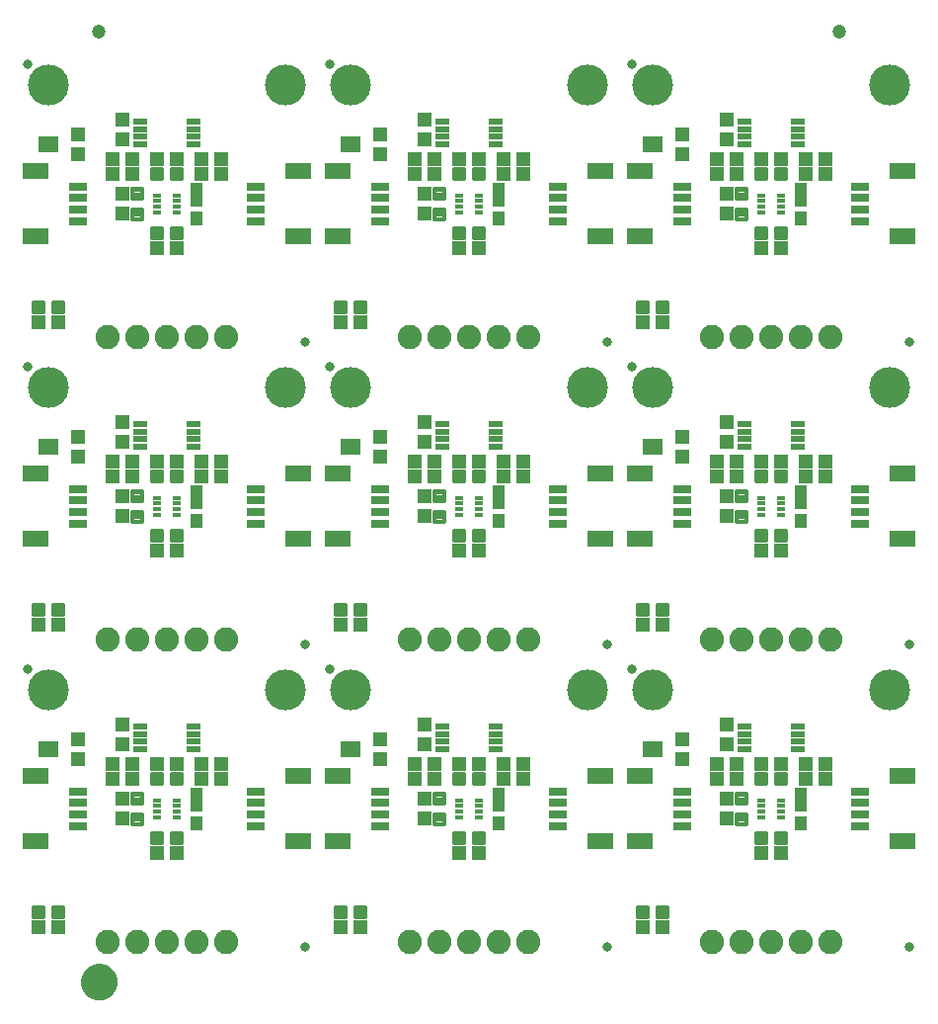
<source format=gts>
G75*
%MOIN*%
%OFA0B0*%
%FSLAX25Y25*%
%IPPOS*%
%LPD*%
%AMOC8*
5,1,8,0,0,1.08239X$1,22.5*
%
%ADD10C,0.13800*%
%ADD11C,0.03300*%
%ADD12R,0.05131X0.04737*%
%ADD13R,0.08674X0.05524*%
%ADD14R,0.06115X0.03162*%
%ADD15C,0.08200*%
%ADD16C,0.01421*%
%ADD17R,0.04737X0.05131*%
%ADD18R,0.02769X0.01784*%
%ADD19R,0.03300X0.05800*%
%ADD20R,0.03950X0.04737*%
%ADD21R,0.03950X0.08280*%
%ADD22R,0.05131X0.02375*%
%ADD23C,0.04737*%
%ADD24C,0.05000*%
%ADD25C,0.06706*%
D10*
X0038750Y0118750D03*
X0118750Y0118750D03*
X0140750Y0118750D03*
X0220750Y0118750D03*
X0242750Y0118750D03*
X0322750Y0118750D03*
X0322750Y0220750D03*
X0242750Y0220750D03*
X0220750Y0220750D03*
X0140750Y0220750D03*
X0118750Y0220750D03*
X0038750Y0220750D03*
X0038750Y0322750D03*
X0118750Y0322750D03*
X0140750Y0322750D03*
X0220750Y0322750D03*
X0242750Y0322750D03*
X0322750Y0322750D03*
D11*
X0235750Y0329750D03*
X0227250Y0236250D03*
X0235750Y0227750D03*
X0329250Y0236250D03*
X0329250Y0134250D03*
X0235750Y0125750D03*
X0227250Y0134250D03*
X0133750Y0125750D03*
X0125250Y0134250D03*
X0031750Y0125750D03*
X0125250Y0032250D03*
X0227250Y0032250D03*
X0329250Y0032250D03*
X0133750Y0227750D03*
X0125250Y0236250D03*
X0031750Y0227750D03*
X0031750Y0329750D03*
X0133750Y0329750D03*
D12*
X0035404Y0038750D03*
X0042096Y0038750D03*
X0075404Y0063750D03*
X0082096Y0063750D03*
X0090404Y0088750D03*
X0090404Y0093750D03*
X0097096Y0093750D03*
X0097096Y0088750D03*
X0082096Y0093750D03*
X0075404Y0093750D03*
X0067096Y0093750D03*
X0067096Y0088750D03*
X0060404Y0088750D03*
X0060404Y0093750D03*
X0042096Y0140750D03*
X0035404Y0140750D03*
X0075404Y0165750D03*
X0082096Y0165750D03*
X0090404Y0190750D03*
X0090404Y0195750D03*
X0097096Y0195750D03*
X0097096Y0190750D03*
X0082096Y0195750D03*
X0075404Y0195750D03*
X0067096Y0195750D03*
X0067096Y0190750D03*
X0060404Y0190750D03*
X0060404Y0195750D03*
X0042096Y0242750D03*
X0035404Y0242750D03*
X0075404Y0267750D03*
X0082096Y0267750D03*
X0090404Y0292750D03*
X0090404Y0297750D03*
X0097096Y0297750D03*
X0097096Y0292750D03*
X0082096Y0297750D03*
X0075404Y0297750D03*
X0067096Y0297750D03*
X0067096Y0292750D03*
X0060404Y0292750D03*
X0060404Y0297750D03*
X0137404Y0242750D03*
X0144096Y0242750D03*
X0177404Y0267750D03*
X0184096Y0267750D03*
X0192404Y0292750D03*
X0199096Y0292750D03*
X0199096Y0297750D03*
X0192404Y0297750D03*
X0184096Y0297750D03*
X0177404Y0297750D03*
X0169096Y0297750D03*
X0162404Y0297750D03*
X0162404Y0292750D03*
X0169096Y0292750D03*
X0239404Y0242750D03*
X0246096Y0242750D03*
X0279404Y0267750D03*
X0286096Y0267750D03*
X0294404Y0292750D03*
X0294404Y0297750D03*
X0301096Y0297750D03*
X0301096Y0292750D03*
X0286096Y0297750D03*
X0279404Y0297750D03*
X0271096Y0297750D03*
X0271096Y0292750D03*
X0264404Y0292750D03*
X0264404Y0297750D03*
X0264404Y0195750D03*
X0264404Y0190750D03*
X0271096Y0190750D03*
X0271096Y0195750D03*
X0279404Y0195750D03*
X0286096Y0195750D03*
X0294404Y0195750D03*
X0294404Y0190750D03*
X0301096Y0190750D03*
X0301096Y0195750D03*
X0286096Y0165750D03*
X0279404Y0165750D03*
X0246096Y0140750D03*
X0239404Y0140750D03*
X0264404Y0093750D03*
X0264404Y0088750D03*
X0271096Y0088750D03*
X0271096Y0093750D03*
X0279404Y0093750D03*
X0286096Y0093750D03*
X0294404Y0093750D03*
X0294404Y0088750D03*
X0301096Y0088750D03*
X0301096Y0093750D03*
X0286096Y0063750D03*
X0279404Y0063750D03*
X0246096Y0038750D03*
X0239404Y0038750D03*
X0184096Y0063750D03*
X0177404Y0063750D03*
X0169096Y0088750D03*
X0169096Y0093750D03*
X0162404Y0093750D03*
X0162404Y0088750D03*
X0177404Y0093750D03*
X0184096Y0093750D03*
X0192404Y0093750D03*
X0192404Y0088750D03*
X0199096Y0088750D03*
X0199096Y0093750D03*
X0144096Y0140750D03*
X0137404Y0140750D03*
X0177404Y0165750D03*
X0184096Y0165750D03*
X0192404Y0190750D03*
X0192404Y0195750D03*
X0199096Y0195750D03*
X0199096Y0190750D03*
X0184096Y0195750D03*
X0177404Y0195750D03*
X0169096Y0195750D03*
X0169096Y0190750D03*
X0162404Y0190750D03*
X0162404Y0195750D03*
X0144096Y0038750D03*
X0137404Y0038750D03*
D13*
X0136281Y0067726D03*
X0123219Y0067726D03*
X0123219Y0089774D03*
X0136281Y0089774D03*
X0136281Y0169726D03*
X0123219Y0169726D03*
X0123219Y0191774D03*
X0136281Y0191774D03*
X0136281Y0271726D03*
X0123219Y0271726D03*
X0123219Y0293774D03*
X0136281Y0293774D03*
X0225219Y0293774D03*
X0238281Y0293774D03*
X0238281Y0271726D03*
X0225219Y0271726D03*
X0225219Y0191774D03*
X0238281Y0191774D03*
X0238281Y0169726D03*
X0225219Y0169726D03*
X0225219Y0089774D03*
X0238281Y0089774D03*
X0238281Y0067726D03*
X0225219Y0067726D03*
X0327219Y0067726D03*
X0327219Y0089774D03*
X0327219Y0169726D03*
X0327219Y0191774D03*
X0327219Y0271726D03*
X0327219Y0293774D03*
X0034281Y0293774D03*
X0034281Y0271726D03*
X0034281Y0191774D03*
X0034281Y0169726D03*
X0034281Y0089774D03*
X0034281Y0067726D03*
D14*
X0048750Y0072844D03*
X0048750Y0076781D03*
X0048750Y0080719D03*
X0048750Y0084656D03*
X0108750Y0084656D03*
X0108750Y0080719D03*
X0108750Y0076781D03*
X0108750Y0072844D03*
X0150750Y0072844D03*
X0150750Y0076781D03*
X0150750Y0080719D03*
X0150750Y0084656D03*
X0210750Y0084656D03*
X0210750Y0080719D03*
X0210750Y0076781D03*
X0210750Y0072844D03*
X0252750Y0072844D03*
X0252750Y0076781D03*
X0252750Y0080719D03*
X0252750Y0084656D03*
X0312750Y0084656D03*
X0312750Y0080719D03*
X0312750Y0076781D03*
X0312750Y0072844D03*
X0312750Y0174844D03*
X0312750Y0178781D03*
X0312750Y0182719D03*
X0312750Y0186656D03*
X0252750Y0186656D03*
X0252750Y0182719D03*
X0252750Y0178781D03*
X0252750Y0174844D03*
X0210750Y0174844D03*
X0210750Y0178781D03*
X0210750Y0182719D03*
X0210750Y0186656D03*
X0150750Y0186656D03*
X0150750Y0182719D03*
X0150750Y0178781D03*
X0150750Y0174844D03*
X0108750Y0174844D03*
X0108750Y0178781D03*
X0108750Y0182719D03*
X0108750Y0186656D03*
X0048750Y0186656D03*
X0048750Y0182719D03*
X0048750Y0178781D03*
X0048750Y0174844D03*
X0048750Y0276844D03*
X0048750Y0280781D03*
X0048750Y0284719D03*
X0048750Y0288656D03*
X0108750Y0288656D03*
X0108750Y0284719D03*
X0108750Y0280781D03*
X0108750Y0276844D03*
X0150750Y0276844D03*
X0150750Y0280781D03*
X0150750Y0284719D03*
X0150750Y0288656D03*
X0210750Y0288656D03*
X0210750Y0284719D03*
X0210750Y0280781D03*
X0210750Y0276844D03*
X0252750Y0276844D03*
X0252750Y0280781D03*
X0252750Y0284719D03*
X0252750Y0288656D03*
X0312750Y0288656D03*
X0312750Y0284719D03*
X0312750Y0280781D03*
X0312750Y0276844D03*
D15*
X0302750Y0237750D03*
X0292750Y0237750D03*
X0282750Y0237750D03*
X0272750Y0237750D03*
X0262750Y0237750D03*
X0200750Y0237750D03*
X0190750Y0237750D03*
X0180750Y0237750D03*
X0170750Y0237750D03*
X0160750Y0237750D03*
X0098750Y0237750D03*
X0088750Y0237750D03*
X0078750Y0237750D03*
X0068750Y0237750D03*
X0058750Y0237750D03*
X0058750Y0135750D03*
X0068750Y0135750D03*
X0078750Y0135750D03*
X0088750Y0135750D03*
X0098750Y0135750D03*
X0160750Y0135750D03*
X0170750Y0135750D03*
X0180750Y0135750D03*
X0190750Y0135750D03*
X0200750Y0135750D03*
X0262750Y0135750D03*
X0272750Y0135750D03*
X0282750Y0135750D03*
X0292750Y0135750D03*
X0302750Y0135750D03*
X0302750Y0033750D03*
X0292750Y0033750D03*
X0282750Y0033750D03*
X0272750Y0033750D03*
X0262750Y0033750D03*
X0200750Y0033750D03*
X0190750Y0033750D03*
X0180750Y0033750D03*
X0170750Y0033750D03*
X0160750Y0033750D03*
X0098750Y0033750D03*
X0088750Y0033750D03*
X0078750Y0033750D03*
X0068750Y0033750D03*
X0058750Y0033750D03*
D16*
X0040545Y0042092D02*
X0040545Y0045408D01*
X0043861Y0045408D01*
X0043861Y0042092D01*
X0040545Y0042092D01*
X0040545Y0043512D02*
X0043861Y0043512D01*
X0043861Y0044932D02*
X0040545Y0044932D01*
X0033639Y0045408D02*
X0033639Y0042092D01*
X0033639Y0045408D02*
X0036955Y0045408D01*
X0036955Y0042092D01*
X0033639Y0042092D01*
X0033639Y0043512D02*
X0036955Y0043512D01*
X0036955Y0044932D02*
X0033639Y0044932D01*
X0067092Y0073639D02*
X0070408Y0073639D01*
X0067092Y0073639D02*
X0067092Y0076955D01*
X0070408Y0076955D01*
X0070408Y0073639D01*
X0070408Y0075059D02*
X0067092Y0075059D01*
X0067092Y0076479D02*
X0070408Y0076479D01*
X0070408Y0080545D02*
X0067092Y0080545D01*
X0067092Y0083861D01*
X0070408Y0083861D01*
X0070408Y0080545D01*
X0070408Y0081965D02*
X0067092Y0081965D01*
X0067092Y0083385D02*
X0070408Y0083385D01*
X0076955Y0087092D02*
X0076955Y0090408D01*
X0076955Y0087092D02*
X0073639Y0087092D01*
X0073639Y0090408D01*
X0076955Y0090408D01*
X0076955Y0088512D02*
X0073639Y0088512D01*
X0073639Y0089932D02*
X0076955Y0089932D01*
X0083861Y0090408D02*
X0083861Y0087092D01*
X0080545Y0087092D01*
X0080545Y0090408D01*
X0083861Y0090408D01*
X0083861Y0088512D02*
X0080545Y0088512D01*
X0080545Y0089932D02*
X0083861Y0089932D01*
X0080545Y0070408D02*
X0080545Y0067092D01*
X0080545Y0070408D02*
X0083861Y0070408D01*
X0083861Y0067092D01*
X0080545Y0067092D01*
X0080545Y0068512D02*
X0083861Y0068512D01*
X0083861Y0069932D02*
X0080545Y0069932D01*
X0073639Y0070408D02*
X0073639Y0067092D01*
X0073639Y0070408D02*
X0076955Y0070408D01*
X0076955Y0067092D01*
X0073639Y0067092D01*
X0073639Y0068512D02*
X0076955Y0068512D01*
X0076955Y0069932D02*
X0073639Y0069932D01*
X0135639Y0045408D02*
X0135639Y0042092D01*
X0135639Y0045408D02*
X0138955Y0045408D01*
X0138955Y0042092D01*
X0135639Y0042092D01*
X0135639Y0043512D02*
X0138955Y0043512D01*
X0138955Y0044932D02*
X0135639Y0044932D01*
X0142545Y0045408D02*
X0142545Y0042092D01*
X0142545Y0045408D02*
X0145861Y0045408D01*
X0145861Y0042092D01*
X0142545Y0042092D01*
X0142545Y0043512D02*
X0145861Y0043512D01*
X0145861Y0044932D02*
X0142545Y0044932D01*
X0169092Y0073639D02*
X0172408Y0073639D01*
X0169092Y0073639D02*
X0169092Y0076955D01*
X0172408Y0076955D01*
X0172408Y0073639D01*
X0172408Y0075059D02*
X0169092Y0075059D01*
X0169092Y0076479D02*
X0172408Y0076479D01*
X0172408Y0080545D02*
X0169092Y0080545D01*
X0169092Y0083861D01*
X0172408Y0083861D01*
X0172408Y0080545D01*
X0172408Y0081965D02*
X0169092Y0081965D01*
X0169092Y0083385D02*
X0172408Y0083385D01*
X0178955Y0087092D02*
X0178955Y0090408D01*
X0178955Y0087092D02*
X0175639Y0087092D01*
X0175639Y0090408D01*
X0178955Y0090408D01*
X0178955Y0088512D02*
X0175639Y0088512D01*
X0175639Y0089932D02*
X0178955Y0089932D01*
X0185861Y0090408D02*
X0185861Y0087092D01*
X0182545Y0087092D01*
X0182545Y0090408D01*
X0185861Y0090408D01*
X0185861Y0088512D02*
X0182545Y0088512D01*
X0182545Y0089932D02*
X0185861Y0089932D01*
X0182545Y0070408D02*
X0182545Y0067092D01*
X0182545Y0070408D02*
X0185861Y0070408D01*
X0185861Y0067092D01*
X0182545Y0067092D01*
X0182545Y0068512D02*
X0185861Y0068512D01*
X0185861Y0069932D02*
X0182545Y0069932D01*
X0175639Y0070408D02*
X0175639Y0067092D01*
X0175639Y0070408D02*
X0178955Y0070408D01*
X0178955Y0067092D01*
X0175639Y0067092D01*
X0175639Y0068512D02*
X0178955Y0068512D01*
X0178955Y0069932D02*
X0175639Y0069932D01*
X0237639Y0045408D02*
X0237639Y0042092D01*
X0237639Y0045408D02*
X0240955Y0045408D01*
X0240955Y0042092D01*
X0237639Y0042092D01*
X0237639Y0043512D02*
X0240955Y0043512D01*
X0240955Y0044932D02*
X0237639Y0044932D01*
X0244545Y0045408D02*
X0244545Y0042092D01*
X0244545Y0045408D02*
X0247861Y0045408D01*
X0247861Y0042092D01*
X0244545Y0042092D01*
X0244545Y0043512D02*
X0247861Y0043512D01*
X0247861Y0044932D02*
X0244545Y0044932D01*
X0271092Y0073639D02*
X0274408Y0073639D01*
X0271092Y0073639D02*
X0271092Y0076955D01*
X0274408Y0076955D01*
X0274408Y0073639D01*
X0274408Y0075059D02*
X0271092Y0075059D01*
X0271092Y0076479D02*
X0274408Y0076479D01*
X0274408Y0080545D02*
X0271092Y0080545D01*
X0271092Y0083861D01*
X0274408Y0083861D01*
X0274408Y0080545D01*
X0274408Y0081965D02*
X0271092Y0081965D01*
X0271092Y0083385D02*
X0274408Y0083385D01*
X0280955Y0087092D02*
X0280955Y0090408D01*
X0280955Y0087092D02*
X0277639Y0087092D01*
X0277639Y0090408D01*
X0280955Y0090408D01*
X0280955Y0088512D02*
X0277639Y0088512D01*
X0277639Y0089932D02*
X0280955Y0089932D01*
X0287861Y0090408D02*
X0287861Y0087092D01*
X0284545Y0087092D01*
X0284545Y0090408D01*
X0287861Y0090408D01*
X0287861Y0088512D02*
X0284545Y0088512D01*
X0284545Y0089932D02*
X0287861Y0089932D01*
X0284545Y0070408D02*
X0284545Y0067092D01*
X0284545Y0070408D02*
X0287861Y0070408D01*
X0287861Y0067092D01*
X0284545Y0067092D01*
X0284545Y0068512D02*
X0287861Y0068512D01*
X0287861Y0069932D02*
X0284545Y0069932D01*
X0277639Y0070408D02*
X0277639Y0067092D01*
X0277639Y0070408D02*
X0280955Y0070408D01*
X0280955Y0067092D01*
X0277639Y0067092D01*
X0277639Y0068512D02*
X0280955Y0068512D01*
X0280955Y0069932D02*
X0277639Y0069932D01*
X0244545Y0144092D02*
X0244545Y0147408D01*
X0247861Y0147408D01*
X0247861Y0144092D01*
X0244545Y0144092D01*
X0244545Y0145512D02*
X0247861Y0145512D01*
X0247861Y0146932D02*
X0244545Y0146932D01*
X0237639Y0147408D02*
X0237639Y0144092D01*
X0237639Y0147408D02*
X0240955Y0147408D01*
X0240955Y0144092D01*
X0237639Y0144092D01*
X0237639Y0145512D02*
X0240955Y0145512D01*
X0240955Y0146932D02*
X0237639Y0146932D01*
X0271092Y0175639D02*
X0274408Y0175639D01*
X0271092Y0175639D02*
X0271092Y0178955D01*
X0274408Y0178955D01*
X0274408Y0175639D01*
X0274408Y0177059D02*
X0271092Y0177059D01*
X0271092Y0178479D02*
X0274408Y0178479D01*
X0274408Y0182545D02*
X0271092Y0182545D01*
X0271092Y0185861D01*
X0274408Y0185861D01*
X0274408Y0182545D01*
X0274408Y0183965D02*
X0271092Y0183965D01*
X0271092Y0185385D02*
X0274408Y0185385D01*
X0280955Y0189092D02*
X0280955Y0192408D01*
X0280955Y0189092D02*
X0277639Y0189092D01*
X0277639Y0192408D01*
X0280955Y0192408D01*
X0280955Y0190512D02*
X0277639Y0190512D01*
X0277639Y0191932D02*
X0280955Y0191932D01*
X0287861Y0192408D02*
X0287861Y0189092D01*
X0284545Y0189092D01*
X0284545Y0192408D01*
X0287861Y0192408D01*
X0287861Y0190512D02*
X0284545Y0190512D01*
X0284545Y0191932D02*
X0287861Y0191932D01*
X0284545Y0172408D02*
X0284545Y0169092D01*
X0284545Y0172408D02*
X0287861Y0172408D01*
X0287861Y0169092D01*
X0284545Y0169092D01*
X0284545Y0170512D02*
X0287861Y0170512D01*
X0287861Y0171932D02*
X0284545Y0171932D01*
X0277639Y0172408D02*
X0277639Y0169092D01*
X0277639Y0172408D02*
X0280955Y0172408D01*
X0280955Y0169092D01*
X0277639Y0169092D01*
X0277639Y0170512D02*
X0280955Y0170512D01*
X0280955Y0171932D02*
X0277639Y0171932D01*
X0244545Y0246092D02*
X0244545Y0249408D01*
X0247861Y0249408D01*
X0247861Y0246092D01*
X0244545Y0246092D01*
X0244545Y0247512D02*
X0247861Y0247512D01*
X0247861Y0248932D02*
X0244545Y0248932D01*
X0237639Y0249408D02*
X0237639Y0246092D01*
X0237639Y0249408D02*
X0240955Y0249408D01*
X0240955Y0246092D01*
X0237639Y0246092D01*
X0237639Y0247512D02*
X0240955Y0247512D01*
X0240955Y0248932D02*
X0237639Y0248932D01*
X0271092Y0277639D02*
X0274408Y0277639D01*
X0271092Y0277639D02*
X0271092Y0280955D01*
X0274408Y0280955D01*
X0274408Y0277639D01*
X0274408Y0279059D02*
X0271092Y0279059D01*
X0271092Y0280479D02*
X0274408Y0280479D01*
X0274408Y0284545D02*
X0271092Y0284545D01*
X0271092Y0287861D01*
X0274408Y0287861D01*
X0274408Y0284545D01*
X0274408Y0285965D02*
X0271092Y0285965D01*
X0271092Y0287385D02*
X0274408Y0287385D01*
X0280955Y0291092D02*
X0280955Y0294408D01*
X0280955Y0291092D02*
X0277639Y0291092D01*
X0277639Y0294408D01*
X0280955Y0294408D01*
X0280955Y0292512D02*
X0277639Y0292512D01*
X0277639Y0293932D02*
X0280955Y0293932D01*
X0287861Y0294408D02*
X0287861Y0291092D01*
X0284545Y0291092D01*
X0284545Y0294408D01*
X0287861Y0294408D01*
X0287861Y0292512D02*
X0284545Y0292512D01*
X0284545Y0293932D02*
X0287861Y0293932D01*
X0284545Y0274408D02*
X0284545Y0271092D01*
X0284545Y0274408D02*
X0287861Y0274408D01*
X0287861Y0271092D01*
X0284545Y0271092D01*
X0284545Y0272512D02*
X0287861Y0272512D01*
X0287861Y0273932D02*
X0284545Y0273932D01*
X0277639Y0274408D02*
X0277639Y0271092D01*
X0277639Y0274408D02*
X0280955Y0274408D01*
X0280955Y0271092D01*
X0277639Y0271092D01*
X0277639Y0272512D02*
X0280955Y0272512D01*
X0280955Y0273932D02*
X0277639Y0273932D01*
X0182545Y0274408D02*
X0182545Y0271092D01*
X0182545Y0274408D02*
X0185861Y0274408D01*
X0185861Y0271092D01*
X0182545Y0271092D01*
X0182545Y0272512D02*
X0185861Y0272512D01*
X0185861Y0273932D02*
X0182545Y0273932D01*
X0175639Y0274408D02*
X0175639Y0271092D01*
X0175639Y0274408D02*
X0178955Y0274408D01*
X0178955Y0271092D01*
X0175639Y0271092D01*
X0175639Y0272512D02*
X0178955Y0272512D01*
X0178955Y0273932D02*
X0175639Y0273932D01*
X0172408Y0277639D02*
X0169092Y0277639D01*
X0169092Y0280955D01*
X0172408Y0280955D01*
X0172408Y0277639D01*
X0172408Y0279059D02*
X0169092Y0279059D01*
X0169092Y0280479D02*
X0172408Y0280479D01*
X0172408Y0284545D02*
X0169092Y0284545D01*
X0169092Y0287861D01*
X0172408Y0287861D01*
X0172408Y0284545D01*
X0172408Y0285965D02*
X0169092Y0285965D01*
X0169092Y0287385D02*
X0172408Y0287385D01*
X0178955Y0291092D02*
X0178955Y0294408D01*
X0178955Y0291092D02*
X0175639Y0291092D01*
X0175639Y0294408D01*
X0178955Y0294408D01*
X0178955Y0292512D02*
X0175639Y0292512D01*
X0175639Y0293932D02*
X0178955Y0293932D01*
X0185861Y0294408D02*
X0185861Y0291092D01*
X0182545Y0291092D01*
X0182545Y0294408D01*
X0185861Y0294408D01*
X0185861Y0292512D02*
X0182545Y0292512D01*
X0182545Y0293932D02*
X0185861Y0293932D01*
X0142545Y0249408D02*
X0142545Y0246092D01*
X0142545Y0249408D02*
X0145861Y0249408D01*
X0145861Y0246092D01*
X0142545Y0246092D01*
X0142545Y0247512D02*
X0145861Y0247512D01*
X0145861Y0248932D02*
X0142545Y0248932D01*
X0135639Y0249408D02*
X0135639Y0246092D01*
X0135639Y0249408D02*
X0138955Y0249408D01*
X0138955Y0246092D01*
X0135639Y0246092D01*
X0135639Y0247512D02*
X0138955Y0247512D01*
X0138955Y0248932D02*
X0135639Y0248932D01*
X0080545Y0271092D02*
X0080545Y0274408D01*
X0083861Y0274408D01*
X0083861Y0271092D01*
X0080545Y0271092D01*
X0080545Y0272512D02*
X0083861Y0272512D01*
X0083861Y0273932D02*
X0080545Y0273932D01*
X0073639Y0274408D02*
X0073639Y0271092D01*
X0073639Y0274408D02*
X0076955Y0274408D01*
X0076955Y0271092D01*
X0073639Y0271092D01*
X0073639Y0272512D02*
X0076955Y0272512D01*
X0076955Y0273932D02*
X0073639Y0273932D01*
X0070408Y0277639D02*
X0067092Y0277639D01*
X0067092Y0280955D01*
X0070408Y0280955D01*
X0070408Y0277639D01*
X0070408Y0279059D02*
X0067092Y0279059D01*
X0067092Y0280479D02*
X0070408Y0280479D01*
X0070408Y0284545D02*
X0067092Y0284545D01*
X0067092Y0287861D01*
X0070408Y0287861D01*
X0070408Y0284545D01*
X0070408Y0285965D02*
X0067092Y0285965D01*
X0067092Y0287385D02*
X0070408Y0287385D01*
X0076955Y0291092D02*
X0076955Y0294408D01*
X0076955Y0291092D02*
X0073639Y0291092D01*
X0073639Y0294408D01*
X0076955Y0294408D01*
X0076955Y0292512D02*
X0073639Y0292512D01*
X0073639Y0293932D02*
X0076955Y0293932D01*
X0083861Y0294408D02*
X0083861Y0291092D01*
X0080545Y0291092D01*
X0080545Y0294408D01*
X0083861Y0294408D01*
X0083861Y0292512D02*
X0080545Y0292512D01*
X0080545Y0293932D02*
X0083861Y0293932D01*
X0040545Y0249408D02*
X0040545Y0246092D01*
X0040545Y0249408D02*
X0043861Y0249408D01*
X0043861Y0246092D01*
X0040545Y0246092D01*
X0040545Y0247512D02*
X0043861Y0247512D01*
X0043861Y0248932D02*
X0040545Y0248932D01*
X0033639Y0249408D02*
X0033639Y0246092D01*
X0033639Y0249408D02*
X0036955Y0249408D01*
X0036955Y0246092D01*
X0033639Y0246092D01*
X0033639Y0247512D02*
X0036955Y0247512D01*
X0036955Y0248932D02*
X0033639Y0248932D01*
X0076955Y0192408D02*
X0076955Y0189092D01*
X0073639Y0189092D01*
X0073639Y0192408D01*
X0076955Y0192408D01*
X0076955Y0190512D02*
X0073639Y0190512D01*
X0073639Y0191932D02*
X0076955Y0191932D01*
X0083861Y0192408D02*
X0083861Y0189092D01*
X0080545Y0189092D01*
X0080545Y0192408D01*
X0083861Y0192408D01*
X0083861Y0190512D02*
X0080545Y0190512D01*
X0080545Y0191932D02*
X0083861Y0191932D01*
X0070408Y0182545D02*
X0067092Y0182545D01*
X0067092Y0185861D01*
X0070408Y0185861D01*
X0070408Y0182545D01*
X0070408Y0183965D02*
X0067092Y0183965D01*
X0067092Y0185385D02*
X0070408Y0185385D01*
X0070408Y0175639D02*
X0067092Y0175639D01*
X0067092Y0178955D01*
X0070408Y0178955D01*
X0070408Y0175639D01*
X0070408Y0177059D02*
X0067092Y0177059D01*
X0067092Y0178479D02*
X0070408Y0178479D01*
X0073639Y0172408D02*
X0073639Y0169092D01*
X0073639Y0172408D02*
X0076955Y0172408D01*
X0076955Y0169092D01*
X0073639Y0169092D01*
X0073639Y0170512D02*
X0076955Y0170512D01*
X0076955Y0171932D02*
X0073639Y0171932D01*
X0080545Y0172408D02*
X0080545Y0169092D01*
X0080545Y0172408D02*
X0083861Y0172408D01*
X0083861Y0169092D01*
X0080545Y0169092D01*
X0080545Y0170512D02*
X0083861Y0170512D01*
X0083861Y0171932D02*
X0080545Y0171932D01*
X0040545Y0147408D02*
X0040545Y0144092D01*
X0040545Y0147408D02*
X0043861Y0147408D01*
X0043861Y0144092D01*
X0040545Y0144092D01*
X0040545Y0145512D02*
X0043861Y0145512D01*
X0043861Y0146932D02*
X0040545Y0146932D01*
X0033639Y0147408D02*
X0033639Y0144092D01*
X0033639Y0147408D02*
X0036955Y0147408D01*
X0036955Y0144092D01*
X0033639Y0144092D01*
X0033639Y0145512D02*
X0036955Y0145512D01*
X0036955Y0146932D02*
X0033639Y0146932D01*
X0135639Y0147408D02*
X0135639Y0144092D01*
X0135639Y0147408D02*
X0138955Y0147408D01*
X0138955Y0144092D01*
X0135639Y0144092D01*
X0135639Y0145512D02*
X0138955Y0145512D01*
X0138955Y0146932D02*
X0135639Y0146932D01*
X0142545Y0147408D02*
X0142545Y0144092D01*
X0142545Y0147408D02*
X0145861Y0147408D01*
X0145861Y0144092D01*
X0142545Y0144092D01*
X0142545Y0145512D02*
X0145861Y0145512D01*
X0145861Y0146932D02*
X0142545Y0146932D01*
X0169092Y0175639D02*
X0172408Y0175639D01*
X0169092Y0175639D02*
X0169092Y0178955D01*
X0172408Y0178955D01*
X0172408Y0175639D01*
X0172408Y0177059D02*
X0169092Y0177059D01*
X0169092Y0178479D02*
X0172408Y0178479D01*
X0172408Y0182545D02*
X0169092Y0182545D01*
X0169092Y0185861D01*
X0172408Y0185861D01*
X0172408Y0182545D01*
X0172408Y0183965D02*
X0169092Y0183965D01*
X0169092Y0185385D02*
X0172408Y0185385D01*
X0178955Y0189092D02*
X0178955Y0192408D01*
X0178955Y0189092D02*
X0175639Y0189092D01*
X0175639Y0192408D01*
X0178955Y0192408D01*
X0178955Y0190512D02*
X0175639Y0190512D01*
X0175639Y0191932D02*
X0178955Y0191932D01*
X0185861Y0192408D02*
X0185861Y0189092D01*
X0182545Y0189092D01*
X0182545Y0192408D01*
X0185861Y0192408D01*
X0185861Y0190512D02*
X0182545Y0190512D01*
X0182545Y0191932D02*
X0185861Y0191932D01*
X0182545Y0172408D02*
X0182545Y0169092D01*
X0182545Y0172408D02*
X0185861Y0172408D01*
X0185861Y0169092D01*
X0182545Y0169092D01*
X0182545Y0170512D02*
X0185861Y0170512D01*
X0185861Y0171932D02*
X0182545Y0171932D01*
X0175639Y0172408D02*
X0175639Y0169092D01*
X0175639Y0172408D02*
X0178955Y0172408D01*
X0178955Y0169092D01*
X0175639Y0169092D01*
X0175639Y0170512D02*
X0178955Y0170512D01*
X0178955Y0171932D02*
X0175639Y0171932D01*
D17*
X0165750Y0177404D03*
X0165750Y0184096D03*
X0150750Y0197404D03*
X0150750Y0204096D03*
X0165750Y0202404D03*
X0165750Y0209096D03*
X0165750Y0279404D03*
X0165750Y0286096D03*
X0165750Y0304404D03*
X0165750Y0311096D03*
X0150750Y0306096D03*
X0150750Y0299404D03*
X0063750Y0304404D03*
X0063750Y0311096D03*
X0048750Y0306096D03*
X0048750Y0299404D03*
X0063750Y0286096D03*
X0063750Y0279404D03*
X0063750Y0209096D03*
X0063750Y0202404D03*
X0048750Y0204096D03*
X0048750Y0197404D03*
X0063750Y0184096D03*
X0063750Y0177404D03*
X0063750Y0107096D03*
X0063750Y0100404D03*
X0048750Y0102096D03*
X0048750Y0095404D03*
X0063750Y0082096D03*
X0063750Y0075404D03*
X0150750Y0095404D03*
X0150750Y0102096D03*
X0165750Y0100404D03*
X0165750Y0107096D03*
X0165750Y0082096D03*
X0165750Y0075404D03*
X0252750Y0095404D03*
X0252750Y0102096D03*
X0267750Y0100404D03*
X0267750Y0107096D03*
X0267750Y0082096D03*
X0267750Y0075404D03*
X0267750Y0177404D03*
X0267750Y0184096D03*
X0252750Y0197404D03*
X0252750Y0204096D03*
X0267750Y0202404D03*
X0267750Y0209096D03*
X0267750Y0279404D03*
X0267750Y0286096D03*
X0267750Y0304404D03*
X0267750Y0311096D03*
X0252750Y0306096D03*
X0252750Y0299404D03*
D18*
X0279404Y0285703D03*
X0279404Y0283734D03*
X0279404Y0281766D03*
X0279404Y0279797D03*
X0286096Y0279797D03*
X0286096Y0281766D03*
X0286096Y0283734D03*
X0286096Y0285703D03*
X0184096Y0285703D03*
X0184096Y0283734D03*
X0184096Y0281766D03*
X0184096Y0279797D03*
X0177404Y0279797D03*
X0177404Y0281766D03*
X0177404Y0283734D03*
X0177404Y0285703D03*
X0082096Y0285703D03*
X0082096Y0283734D03*
X0082096Y0281766D03*
X0082096Y0279797D03*
X0075404Y0279797D03*
X0075404Y0281766D03*
X0075404Y0283734D03*
X0075404Y0285703D03*
X0075404Y0183703D03*
X0075404Y0181734D03*
X0075404Y0179766D03*
X0075404Y0177797D03*
X0082096Y0177797D03*
X0082096Y0179766D03*
X0082096Y0181734D03*
X0082096Y0183703D03*
X0177404Y0183703D03*
X0177404Y0181734D03*
X0177404Y0179766D03*
X0177404Y0177797D03*
X0184096Y0177797D03*
X0184096Y0179766D03*
X0184096Y0181734D03*
X0184096Y0183703D03*
X0279404Y0183703D03*
X0279404Y0181734D03*
X0279404Y0179766D03*
X0279404Y0177797D03*
X0286096Y0177797D03*
X0286096Y0179766D03*
X0286096Y0181734D03*
X0286096Y0183703D03*
X0286096Y0081703D03*
X0286096Y0079734D03*
X0286096Y0077766D03*
X0286096Y0075797D03*
X0279404Y0075797D03*
X0279404Y0077766D03*
X0279404Y0079734D03*
X0279404Y0081703D03*
X0184096Y0081703D03*
X0184096Y0079734D03*
X0184096Y0077766D03*
X0184096Y0075797D03*
X0177404Y0075797D03*
X0177404Y0077766D03*
X0177404Y0079734D03*
X0177404Y0081703D03*
X0082096Y0081703D03*
X0082096Y0079734D03*
X0082096Y0077766D03*
X0082096Y0075797D03*
X0075404Y0075797D03*
X0075404Y0077766D03*
X0075404Y0079734D03*
X0075404Y0081703D03*
D19*
X0040350Y0098750D03*
X0037150Y0098750D03*
X0139150Y0098750D03*
X0142350Y0098750D03*
X0241150Y0098750D03*
X0244350Y0098750D03*
X0244350Y0200750D03*
X0241150Y0200750D03*
X0142350Y0200750D03*
X0139150Y0200750D03*
X0040350Y0200750D03*
X0037150Y0200750D03*
X0037150Y0302750D03*
X0040350Y0302750D03*
X0139150Y0302750D03*
X0142350Y0302750D03*
X0241150Y0302750D03*
X0244350Y0302750D03*
D20*
X0292750Y0278026D03*
X0190750Y0278026D03*
X0088750Y0278026D03*
X0088750Y0176026D03*
X0190750Y0176026D03*
X0292750Y0176026D03*
X0292750Y0074026D03*
X0190750Y0074026D03*
X0088750Y0074026D03*
D21*
X0088750Y0082006D03*
X0190750Y0082006D03*
X0292750Y0082006D03*
X0292750Y0184006D03*
X0190750Y0184006D03*
X0088750Y0184006D03*
X0088750Y0286006D03*
X0190750Y0286006D03*
X0292750Y0286006D03*
D22*
X0291608Y0302911D03*
X0291608Y0305470D03*
X0291608Y0308030D03*
X0291608Y0310589D03*
X0273892Y0310589D03*
X0273892Y0308030D03*
X0273892Y0305470D03*
X0273892Y0302911D03*
X0189608Y0302911D03*
X0189608Y0305470D03*
X0189608Y0308030D03*
X0189608Y0310589D03*
X0171892Y0310589D03*
X0171892Y0308030D03*
X0171892Y0305470D03*
X0171892Y0302911D03*
X0087608Y0302911D03*
X0087608Y0305470D03*
X0087608Y0308030D03*
X0087608Y0310589D03*
X0069892Y0310589D03*
X0069892Y0308030D03*
X0069892Y0305470D03*
X0069892Y0302911D03*
X0069892Y0208589D03*
X0069892Y0206030D03*
X0069892Y0203470D03*
X0069892Y0200911D03*
X0087608Y0200911D03*
X0087608Y0203470D03*
X0087608Y0206030D03*
X0087608Y0208589D03*
X0171892Y0208589D03*
X0171892Y0206030D03*
X0171892Y0203470D03*
X0171892Y0200911D03*
X0189608Y0200911D03*
X0189608Y0203470D03*
X0189608Y0206030D03*
X0189608Y0208589D03*
X0273892Y0208589D03*
X0273892Y0206030D03*
X0273892Y0203470D03*
X0273892Y0200911D03*
X0291608Y0200911D03*
X0291608Y0203470D03*
X0291608Y0206030D03*
X0291608Y0208589D03*
X0291608Y0106589D03*
X0291608Y0104030D03*
X0291608Y0101470D03*
X0291608Y0098911D03*
X0273892Y0098911D03*
X0273892Y0101470D03*
X0273892Y0104030D03*
X0273892Y0106589D03*
X0189608Y0106589D03*
X0189608Y0104030D03*
X0189608Y0101470D03*
X0189608Y0098911D03*
X0171892Y0098911D03*
X0171892Y0101470D03*
X0171892Y0104030D03*
X0171892Y0106589D03*
X0087608Y0106589D03*
X0087608Y0104030D03*
X0087608Y0101470D03*
X0087608Y0098911D03*
X0069892Y0098911D03*
X0069892Y0101470D03*
X0069892Y0104030D03*
X0069892Y0106589D03*
D23*
X0055750Y0341000D03*
X0305750Y0341000D03*
D24*
X0052185Y0020500D02*
X0052187Y0020619D01*
X0052193Y0020738D01*
X0052203Y0020857D01*
X0052217Y0020975D01*
X0052235Y0021093D01*
X0052256Y0021210D01*
X0052282Y0021326D01*
X0052312Y0021442D01*
X0052345Y0021556D01*
X0052382Y0021669D01*
X0052423Y0021781D01*
X0052468Y0021892D01*
X0052516Y0022001D01*
X0052568Y0022108D01*
X0052624Y0022213D01*
X0052683Y0022317D01*
X0052745Y0022418D01*
X0052811Y0022518D01*
X0052880Y0022615D01*
X0052952Y0022709D01*
X0053028Y0022802D01*
X0053106Y0022891D01*
X0053187Y0022978D01*
X0053272Y0023063D01*
X0053359Y0023144D01*
X0053448Y0023222D01*
X0053541Y0023298D01*
X0053635Y0023370D01*
X0053732Y0023439D01*
X0053832Y0023505D01*
X0053933Y0023567D01*
X0054037Y0023626D01*
X0054142Y0023682D01*
X0054249Y0023734D01*
X0054358Y0023782D01*
X0054469Y0023827D01*
X0054581Y0023868D01*
X0054694Y0023905D01*
X0054808Y0023938D01*
X0054924Y0023968D01*
X0055040Y0023994D01*
X0055157Y0024015D01*
X0055275Y0024033D01*
X0055393Y0024047D01*
X0055512Y0024057D01*
X0055631Y0024063D01*
X0055750Y0024065D01*
X0055869Y0024063D01*
X0055988Y0024057D01*
X0056107Y0024047D01*
X0056225Y0024033D01*
X0056343Y0024015D01*
X0056460Y0023994D01*
X0056576Y0023968D01*
X0056692Y0023938D01*
X0056806Y0023905D01*
X0056919Y0023868D01*
X0057031Y0023827D01*
X0057142Y0023782D01*
X0057251Y0023734D01*
X0057358Y0023682D01*
X0057463Y0023626D01*
X0057567Y0023567D01*
X0057668Y0023505D01*
X0057768Y0023439D01*
X0057865Y0023370D01*
X0057959Y0023298D01*
X0058052Y0023222D01*
X0058141Y0023144D01*
X0058228Y0023063D01*
X0058313Y0022978D01*
X0058394Y0022891D01*
X0058472Y0022802D01*
X0058548Y0022709D01*
X0058620Y0022615D01*
X0058689Y0022518D01*
X0058755Y0022418D01*
X0058817Y0022317D01*
X0058876Y0022213D01*
X0058932Y0022108D01*
X0058984Y0022001D01*
X0059032Y0021892D01*
X0059077Y0021781D01*
X0059118Y0021669D01*
X0059155Y0021556D01*
X0059188Y0021442D01*
X0059218Y0021326D01*
X0059244Y0021210D01*
X0059265Y0021093D01*
X0059283Y0020975D01*
X0059297Y0020857D01*
X0059307Y0020738D01*
X0059313Y0020619D01*
X0059315Y0020500D01*
X0059313Y0020381D01*
X0059307Y0020262D01*
X0059297Y0020143D01*
X0059283Y0020025D01*
X0059265Y0019907D01*
X0059244Y0019790D01*
X0059218Y0019674D01*
X0059188Y0019558D01*
X0059155Y0019444D01*
X0059118Y0019331D01*
X0059077Y0019219D01*
X0059032Y0019108D01*
X0058984Y0018999D01*
X0058932Y0018892D01*
X0058876Y0018787D01*
X0058817Y0018683D01*
X0058755Y0018582D01*
X0058689Y0018482D01*
X0058620Y0018385D01*
X0058548Y0018291D01*
X0058472Y0018198D01*
X0058394Y0018109D01*
X0058313Y0018022D01*
X0058228Y0017937D01*
X0058141Y0017856D01*
X0058052Y0017778D01*
X0057959Y0017702D01*
X0057865Y0017630D01*
X0057768Y0017561D01*
X0057668Y0017495D01*
X0057567Y0017433D01*
X0057463Y0017374D01*
X0057358Y0017318D01*
X0057251Y0017266D01*
X0057142Y0017218D01*
X0057031Y0017173D01*
X0056919Y0017132D01*
X0056806Y0017095D01*
X0056692Y0017062D01*
X0056576Y0017032D01*
X0056460Y0017006D01*
X0056343Y0016985D01*
X0056225Y0016967D01*
X0056107Y0016953D01*
X0055988Y0016943D01*
X0055869Y0016937D01*
X0055750Y0016935D01*
X0055631Y0016937D01*
X0055512Y0016943D01*
X0055393Y0016953D01*
X0055275Y0016967D01*
X0055157Y0016985D01*
X0055040Y0017006D01*
X0054924Y0017032D01*
X0054808Y0017062D01*
X0054694Y0017095D01*
X0054581Y0017132D01*
X0054469Y0017173D01*
X0054358Y0017218D01*
X0054249Y0017266D01*
X0054142Y0017318D01*
X0054037Y0017374D01*
X0053933Y0017433D01*
X0053832Y0017495D01*
X0053732Y0017561D01*
X0053635Y0017630D01*
X0053541Y0017702D01*
X0053448Y0017778D01*
X0053359Y0017856D01*
X0053272Y0017937D01*
X0053187Y0018022D01*
X0053106Y0018109D01*
X0053028Y0018198D01*
X0052952Y0018291D01*
X0052880Y0018385D01*
X0052811Y0018482D01*
X0052745Y0018582D01*
X0052683Y0018683D01*
X0052624Y0018787D01*
X0052568Y0018892D01*
X0052516Y0018999D01*
X0052468Y0019108D01*
X0052423Y0019219D01*
X0052382Y0019331D01*
X0052345Y0019444D01*
X0052312Y0019558D01*
X0052282Y0019674D01*
X0052256Y0019790D01*
X0052235Y0019907D01*
X0052217Y0020025D01*
X0052203Y0020143D01*
X0052193Y0020262D01*
X0052187Y0020381D01*
X0052185Y0020500D01*
D25*
X0055750Y0020500D03*
M02*

</source>
